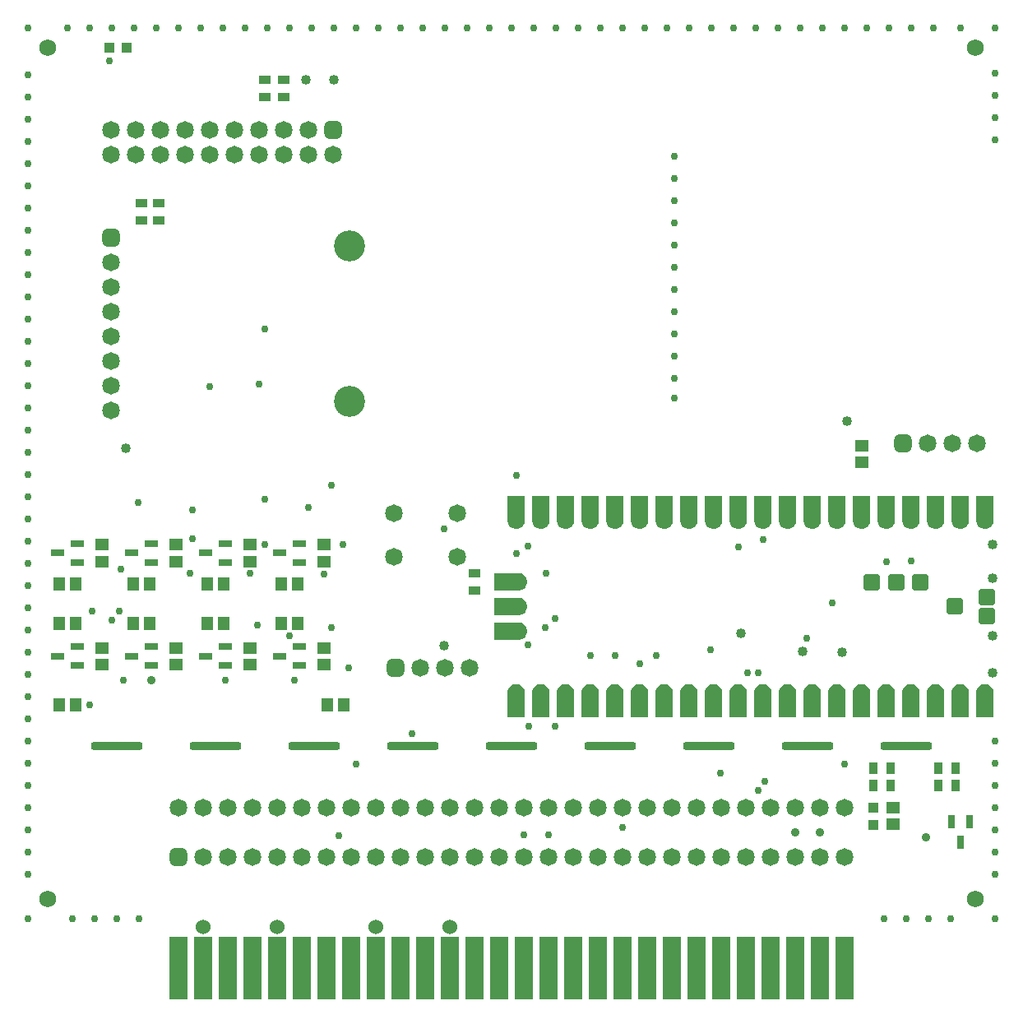
<source format=gts>
G04*
G04 #@! TF.GenerationSoftware,Altium Limited,Altium Designer,21.6.4 (81)*
G04*
G04 Layer_Color=8388736*
%FSLAX25Y25*%
%MOIN*%
G70*
G04*
G04 #@! TF.SameCoordinates,0CBDA3DA-19B2-4F21-B402-8426C952BD09*
G04*
G04*
G04 #@! TF.FilePolarity,Negative*
G04*
G01*
G75*
%ADD15R,0.04000X0.04000*%
%ADD16R,0.05300X0.04800*%
%ADD17R,0.04000X0.04000*%
%ADD18R,0.04800X0.03800*%
%ADD19R,0.07300X0.25800*%
%ADD20R,0.03000X0.05800*%
%ADD21R,0.03800X0.04800*%
%ADD22R,0.05800X0.03000*%
%ADD23R,0.04800X0.05300*%
G04:AMPARAMS|DCode=24|XSize=67.06mil|YSize=67.06mil|CornerRadius=12.86mil|HoleSize=0mil|Usage=FLASHONLY|Rotation=270.000|XOffset=0mil|YOffset=0mil|HoleType=Round|Shape=RoundedRectangle|*
%AMROUNDEDRECTD24*
21,1,0.06706,0.04134,0,0,270.0*
21,1,0.04134,0.06706,0,0,270.0*
1,1,0.02572,-0.02067,-0.02067*
1,1,0.02572,-0.02067,0.02067*
1,1,0.02572,0.02067,0.02067*
1,1,0.02572,0.02067,-0.02067*
%
%ADD24ROUNDEDRECTD24*%
%ADD25R,0.04737X0.10642*%
G04:AMPARAMS|DCode=26|XSize=106.42mil|YSize=47.37mil|CornerRadius=8.92mil|HoleSize=0mil|Usage=FLASHONLY|Rotation=270.000|XOffset=0mil|YOffset=0mil|HoleType=Round|Shape=RoundedRectangle|*
%AMROUNDEDRECTD26*
21,1,0.10642,0.02953,0,0,270.0*
21,1,0.08858,0.04737,0,0,270.0*
1,1,0.01784,-0.01476,-0.04429*
1,1,0.01784,-0.01476,0.04429*
1,1,0.01784,0.01476,0.04429*
1,1,0.01784,0.01476,-0.04429*
%
%ADD26ROUNDEDRECTD26*%
%ADD27R,0.10642X0.04737*%
G04:AMPARAMS|DCode=28|XSize=208mil|YSize=33mil|CornerRadius=10.25mil|HoleSize=0mil|Usage=FLASHONLY|Rotation=180.000|XOffset=0mil|YOffset=0mil|HoleType=Round|Shape=RoundedRectangle|*
%AMROUNDEDRECTD28*
21,1,0.20800,0.01250,0,0,180.0*
21,1,0.18750,0.03300,0,0,180.0*
1,1,0.02050,-0.09375,0.00625*
1,1,0.02050,0.09375,0.00625*
1,1,0.02050,0.09375,-0.00625*
1,1,0.02050,-0.09375,-0.00625*
%
%ADD28ROUNDEDRECTD28*%
%ADD29C,0.06800*%
G04:AMPARAMS|DCode=30|XSize=71.78mil|YSize=71.78mil|CornerRadius=19.95mil|HoleSize=0mil|Usage=FLASHONLY|Rotation=0.000|XOffset=0mil|YOffset=0mil|HoleType=Round|Shape=RoundedRectangle|*
%AMROUNDEDRECTD30*
21,1,0.07178,0.03189,0,0,0.0*
21,1,0.03189,0.07178,0,0,0.0*
1,1,0.03989,0.01595,-0.01595*
1,1,0.03989,-0.01595,-0.01595*
1,1,0.03989,-0.01595,0.01595*
1,1,0.03989,0.01595,0.01595*
%
%ADD30ROUNDEDRECTD30*%
%ADD31C,0.07178*%
G04:AMPARAMS|DCode=32|XSize=71.78mil|YSize=71.78mil|CornerRadius=19.95mil|HoleSize=0mil|Usage=FLASHONLY|Rotation=270.000|XOffset=0mil|YOffset=0mil|HoleType=Round|Shape=RoundedRectangle|*
%AMROUNDEDRECTD32*
21,1,0.07178,0.03189,0,0,270.0*
21,1,0.03189,0.07178,0,0,270.0*
1,1,0.03989,-0.01595,-0.01595*
1,1,0.03989,-0.01595,0.01595*
1,1,0.03989,0.01595,0.01595*
1,1,0.03989,0.01595,-0.01595*
%
%ADD32ROUNDEDRECTD32*%
%ADD33C,0.12611*%
%ADD34C,0.03000*%
%ADD35C,0.04000*%
%ADD36C,0.03500*%
%ADD37C,0.06000*%
G36*
X285067Y206330D02*
X285119Y206320D01*
X285168Y206303D01*
X285215Y206280D01*
X285259Y206251D01*
X285298Y206216D01*
X285333Y206177D01*
X285362Y206133D01*
X285385Y206086D01*
X285402Y206036D01*
X285412Y205985D01*
X285416Y205933D01*
Y196484D01*
X285416Y196069D01*
Y196069D01*
D01*
X285412Y196017D01*
X285402Y195966D01*
X285187Y195165D01*
X285171Y195115D01*
X285147Y195068D01*
X284733Y194350D01*
X284704Y194306D01*
X284669Y194267D01*
X284083Y193680D01*
X284043Y193646D01*
X284000Y193616D01*
X283281Y193202D01*
X283234Y193179D01*
X283185Y193162D01*
X282384Y192947D01*
X282332Y192937D01*
X282280Y192933D01*
X281451D01*
X281398Y192937D01*
X281347Y192947D01*
X280546Y193162D01*
X280496Y193179D01*
X280473Y193190D01*
X280449Y193202D01*
X279731Y193616D01*
X279687Y193646D01*
X279648Y193680D01*
X279062Y194267D01*
X279027Y194306D01*
X278998Y194350D01*
X278583Y195068D01*
X278560Y195115D01*
X278543Y195165D01*
X278328Y195966D01*
X278318Y196017D01*
X278315Y196069D01*
Y196484D01*
Y205933D01*
X278318Y205985D01*
X278328Y206036D01*
X278345Y206086D01*
X278368Y206133D01*
X278398Y206177D01*
X278432Y206216D01*
X278472Y206251D01*
X278515Y206280D01*
X278562Y206303D01*
X278612Y206320D01*
X278663Y206330D01*
X278716Y206334D01*
X285015D01*
X285067Y206330D01*
D02*
G37*
G36*
X275067D02*
X275119Y206320D01*
X275168Y206303D01*
X275215Y206280D01*
X275259Y206251D01*
X275298Y206216D01*
X275333Y206177D01*
X275362Y206133D01*
X275385Y206086D01*
X275402Y206036D01*
X275412Y205985D01*
X275416Y205933D01*
Y196484D01*
X275416Y196069D01*
Y196069D01*
D01*
X275412Y196017D01*
X275402Y195966D01*
X275187Y195165D01*
X275171Y195115D01*
X275147Y195068D01*
X274733Y194350D01*
X274704Y194306D01*
X274669Y194267D01*
X274083Y193680D01*
X274043Y193646D01*
X274000Y193616D01*
X273281Y193202D01*
X273234Y193179D01*
X273185Y193162D01*
X272384Y192947D01*
X272332Y192937D01*
X272280Y192933D01*
X271451D01*
X271398Y192937D01*
X271347Y192947D01*
X270546Y193162D01*
X270496Y193179D01*
X270473Y193190D01*
X270449Y193202D01*
X269731Y193616D01*
X269687Y193646D01*
X269648Y193680D01*
X269061Y194267D01*
X269027Y194306D01*
X268998Y194350D01*
X268583Y195068D01*
X268560Y195115D01*
X268543Y195165D01*
X268328Y195966D01*
X268318Y196017D01*
X268315Y196069D01*
Y196484D01*
Y205933D01*
X268318Y205985D01*
X268328Y206036D01*
X268345Y206086D01*
X268369Y206133D01*
X268398Y206177D01*
X268432Y206216D01*
X268472Y206251D01*
X268515Y206280D01*
X268562Y206303D01*
X268612Y206320D01*
X268663Y206330D01*
X268716Y206334D01*
X275015D01*
X275067Y206330D01*
D02*
G37*
G36*
X265067D02*
X265119Y206320D01*
X265168Y206303D01*
X265215Y206280D01*
X265259Y206251D01*
X265298Y206216D01*
X265333Y206177D01*
X265362Y206133D01*
X265385Y206086D01*
X265402Y206036D01*
X265412Y205985D01*
X265416Y205933D01*
Y196484D01*
X265416Y196069D01*
Y196069D01*
D01*
X265412Y196017D01*
X265402Y195966D01*
X265187Y195165D01*
X265171Y195115D01*
X265147Y195068D01*
X264733Y194350D01*
X264704Y194306D01*
X264669Y194267D01*
X264083Y193680D01*
X264043Y193646D01*
X264000Y193616D01*
X263281Y193202D01*
X263234Y193179D01*
X263185Y193162D01*
X262384Y192947D01*
X262332Y192937D01*
X262280Y192933D01*
X261451D01*
X261398Y192937D01*
X261347Y192947D01*
X260546Y193162D01*
X260496Y193179D01*
X260473Y193190D01*
X260449Y193202D01*
X259731Y193616D01*
X259687Y193646D01*
X259648Y193680D01*
X259062Y194267D01*
X259027Y194306D01*
X258998Y194350D01*
X258583Y195068D01*
X258560Y195115D01*
X258543Y195165D01*
X258328Y195966D01*
X258318Y196017D01*
X258315Y196069D01*
Y196484D01*
Y205933D01*
X258318Y205985D01*
X258328Y206036D01*
X258345Y206086D01*
X258368Y206133D01*
X258398Y206177D01*
X258432Y206216D01*
X258472Y206251D01*
X258515Y206280D01*
X258562Y206303D01*
X258612Y206320D01*
X258663Y206330D01*
X258716Y206334D01*
X265015D01*
X265067Y206330D01*
D02*
G37*
G36*
X255067D02*
X255119Y206320D01*
X255168Y206303D01*
X255215Y206280D01*
X255259Y206251D01*
X255298Y206216D01*
X255333Y206177D01*
X255362Y206133D01*
X255385Y206086D01*
X255402Y206036D01*
X255412Y205985D01*
X255416Y205933D01*
Y196484D01*
X255416Y196069D01*
Y196069D01*
D01*
X255412Y196017D01*
X255402Y195966D01*
X255187Y195165D01*
X255171Y195115D01*
X255147Y195068D01*
X254733Y194350D01*
X254704Y194306D01*
X254669Y194267D01*
X254083Y193680D01*
X254043Y193646D01*
X254000Y193616D01*
X253281Y193202D01*
X253234Y193179D01*
X253185Y193162D01*
X252384Y192947D01*
X252332Y192937D01*
X252280Y192933D01*
X251451D01*
X251398Y192937D01*
X251347Y192947D01*
X250546Y193162D01*
X250496Y193179D01*
X250473Y193190D01*
X250449Y193202D01*
X249731Y193616D01*
X249687Y193646D01*
X249648Y193680D01*
X249061Y194267D01*
X249027Y194306D01*
X248998Y194350D01*
X248583Y195068D01*
X248560Y195115D01*
X248543Y195165D01*
X248328Y195966D01*
X248318Y196017D01*
X248315Y196069D01*
Y196484D01*
Y205933D01*
X248318Y205985D01*
X248328Y206036D01*
X248345Y206086D01*
X248369Y206133D01*
X248398Y206177D01*
X248432Y206216D01*
X248472Y206251D01*
X248515Y206280D01*
X248562Y206303D01*
X248612Y206320D01*
X248663Y206330D01*
X248716Y206334D01*
X255015D01*
X255067Y206330D01*
D02*
G37*
G36*
X245067D02*
X245119Y206320D01*
X245168Y206303D01*
X245215Y206280D01*
X245259Y206251D01*
X245298Y206216D01*
X245333Y206177D01*
X245362Y206133D01*
X245385Y206086D01*
X245402Y206036D01*
X245412Y205985D01*
X245416Y205933D01*
Y196484D01*
X245416Y196069D01*
Y196069D01*
D01*
X245412Y196017D01*
X245402Y195966D01*
X245187Y195165D01*
X245171Y195115D01*
X245147Y195068D01*
X244733Y194350D01*
X244704Y194306D01*
X244669Y194267D01*
X244083Y193680D01*
X244043Y193646D01*
X244000Y193616D01*
X243281Y193202D01*
X243234Y193179D01*
X243185Y193162D01*
X242384Y192947D01*
X242332Y192937D01*
X242280Y192933D01*
X241451D01*
X241398Y192937D01*
X241347Y192947D01*
X240546Y193162D01*
X240496Y193179D01*
X240473Y193190D01*
X240449Y193202D01*
X239731Y193616D01*
X239687Y193646D01*
X239648Y193680D01*
X239061Y194267D01*
X239027Y194306D01*
X238998Y194350D01*
X238583Y195068D01*
X238560Y195115D01*
X238543Y195165D01*
X238328Y195966D01*
X238318Y196017D01*
X238315Y196069D01*
Y196484D01*
Y205933D01*
X238318Y205985D01*
X238328Y206036D01*
X238345Y206086D01*
X238369Y206133D01*
X238398Y206177D01*
X238432Y206216D01*
X238472Y206251D01*
X238515Y206280D01*
X238562Y206303D01*
X238612Y206320D01*
X238663Y206330D01*
X238716Y206334D01*
X245015D01*
X245067Y206330D01*
D02*
G37*
G36*
X235067D02*
X235119Y206320D01*
X235168Y206303D01*
X235215Y206280D01*
X235259Y206251D01*
X235298Y206216D01*
X235333Y206177D01*
X235362Y206133D01*
X235385Y206086D01*
X235402Y206036D01*
X235412Y205985D01*
X235416Y205933D01*
Y196484D01*
X235416Y196069D01*
Y196069D01*
D01*
X235412Y196017D01*
X235402Y195966D01*
X235187Y195165D01*
X235171Y195115D01*
X235147Y195068D01*
X234733Y194350D01*
X234704Y194306D01*
X234669Y194267D01*
X234083Y193680D01*
X234043Y193646D01*
X234000Y193616D01*
X233281Y193202D01*
X233234Y193179D01*
X233185Y193162D01*
X232384Y192947D01*
X232332Y192937D01*
X232280Y192933D01*
X231451D01*
X231398Y192937D01*
X231347Y192947D01*
X230546Y193162D01*
X230496Y193179D01*
X230473Y193190D01*
X230449Y193202D01*
X229731Y193616D01*
X229687Y193646D01*
X229648Y193680D01*
X229062Y194267D01*
X229027Y194306D01*
X228998Y194350D01*
X228583Y195068D01*
X228560Y195115D01*
X228543Y195165D01*
X228328Y195966D01*
X228318Y196017D01*
X228315Y196069D01*
Y196484D01*
Y205933D01*
X228318Y205985D01*
X228328Y206036D01*
X228345Y206086D01*
X228368Y206133D01*
X228398Y206177D01*
X228432Y206216D01*
X228472Y206251D01*
X228515Y206280D01*
X228562Y206303D01*
X228612Y206320D01*
X228663Y206330D01*
X228716Y206334D01*
X235015D01*
X235067Y206330D01*
D02*
G37*
G36*
X225067D02*
X225119Y206320D01*
X225168Y206303D01*
X225215Y206280D01*
X225259Y206251D01*
X225298Y206216D01*
X225333Y206177D01*
X225362Y206133D01*
X225385Y206086D01*
X225402Y206036D01*
X225412Y205985D01*
X225416Y205933D01*
Y196484D01*
X225416Y196069D01*
Y196069D01*
D01*
X225412Y196017D01*
X225402Y195966D01*
X225187Y195165D01*
X225171Y195115D01*
X225147Y195068D01*
X224733Y194350D01*
X224704Y194306D01*
X224669Y194267D01*
X224083Y193680D01*
X224043Y193646D01*
X224000Y193616D01*
X223281Y193202D01*
X223234Y193179D01*
X223185Y193162D01*
X222384Y192947D01*
X222332Y192937D01*
X222280Y192933D01*
X221451D01*
X221398Y192937D01*
X221347Y192947D01*
X220546Y193162D01*
X220496Y193179D01*
X220473Y193190D01*
X220449Y193202D01*
X219731Y193616D01*
X219687Y193646D01*
X219648Y193680D01*
X219061Y194267D01*
X219027Y194306D01*
X218998Y194350D01*
X218583Y195068D01*
X218560Y195115D01*
X218543Y195165D01*
X218328Y195966D01*
X218318Y196017D01*
X218315Y196069D01*
Y196484D01*
Y205933D01*
X218318Y205985D01*
X218328Y206036D01*
X218345Y206086D01*
X218369Y206133D01*
X218398Y206177D01*
X218432Y206216D01*
X218472Y206251D01*
X218515Y206280D01*
X218562Y206303D01*
X218612Y206320D01*
X218663Y206330D01*
X218716Y206334D01*
X225015D01*
X225067Y206330D01*
D02*
G37*
G36*
X215067D02*
X215119Y206320D01*
X215168Y206303D01*
X215215Y206280D01*
X215259Y206251D01*
X215298Y206216D01*
X215333Y206177D01*
X215362Y206133D01*
X215385Y206086D01*
X215402Y206036D01*
X215412Y205985D01*
X215416Y205933D01*
Y196484D01*
X215416Y196069D01*
Y196069D01*
D01*
X215412Y196017D01*
X215402Y195966D01*
X215187Y195165D01*
X215171Y195115D01*
X215147Y195068D01*
X214733Y194350D01*
X214704Y194306D01*
X214669Y194267D01*
X214083Y193680D01*
X214043Y193646D01*
X214000Y193616D01*
X213281Y193202D01*
X213234Y193179D01*
X213185Y193162D01*
X212384Y192947D01*
X212332Y192937D01*
X212280Y192933D01*
X211451D01*
X211398Y192937D01*
X211347Y192947D01*
X210546Y193162D01*
X210496Y193179D01*
X210473Y193190D01*
X210449Y193202D01*
X209731Y193616D01*
X209687Y193646D01*
X209648Y193680D01*
X209062Y194267D01*
X209027Y194306D01*
X208998Y194350D01*
X208583Y195068D01*
X208560Y195115D01*
X208543Y195165D01*
X208328Y195966D01*
X208318Y196017D01*
X208315Y196069D01*
Y196484D01*
Y205933D01*
X208318Y205985D01*
X208328Y206036D01*
X208345Y206086D01*
X208368Y206133D01*
X208398Y206177D01*
X208432Y206216D01*
X208472Y206251D01*
X208515Y206280D01*
X208562Y206303D01*
X208612Y206320D01*
X208663Y206330D01*
X208716Y206334D01*
X215015D01*
X215067Y206330D01*
D02*
G37*
G36*
X205067D02*
X205119Y206320D01*
X205168Y206303D01*
X205215Y206280D01*
X205259Y206251D01*
X205298Y206216D01*
X205333Y206177D01*
X205362Y206133D01*
X205385Y206086D01*
X205402Y206036D01*
X205412Y205985D01*
X205416Y205933D01*
Y196484D01*
X205416Y196069D01*
Y196069D01*
D01*
X205412Y196017D01*
X205402Y195966D01*
X205187Y195165D01*
X205171Y195115D01*
X205147Y195068D01*
X204733Y194350D01*
X204704Y194306D01*
X204669Y194267D01*
X204083Y193680D01*
X204043Y193646D01*
X204000Y193616D01*
X203281Y193202D01*
X203234Y193179D01*
X203185Y193162D01*
X202384Y192947D01*
X202332Y192937D01*
X202280Y192933D01*
X201451D01*
X201398Y192937D01*
X201347Y192947D01*
X200546Y193162D01*
X200496Y193179D01*
X200473Y193190D01*
X200449Y193202D01*
X199731Y193616D01*
X199687Y193646D01*
X199648Y193680D01*
X199062Y194267D01*
X199027Y194306D01*
X198998Y194350D01*
X198583Y195068D01*
X198560Y195115D01*
X198543Y195165D01*
X198328Y195966D01*
X198318Y196017D01*
X198315Y196069D01*
Y196484D01*
Y205933D01*
X198318Y205985D01*
X198328Y206036D01*
X198345Y206086D01*
X198369Y206133D01*
X198398Y206177D01*
X198432Y206216D01*
X198472Y206251D01*
X198515Y206280D01*
X198562Y206303D01*
X198612Y206320D01*
X198663Y206330D01*
X198716Y206334D01*
X205015D01*
X205067Y206330D01*
D02*
G37*
G36*
X203238Y175023D02*
X203289Y175013D01*
X204090Y174798D01*
X204140Y174781D01*
X204187Y174758D01*
X204905Y174344D01*
X204949Y174314D01*
X204988Y174280D01*
X205574Y173693D01*
X205609Y173654D01*
X205638Y173610D01*
X206053Y172892D01*
X206076Y172845D01*
X206093Y172795D01*
X206308Y171994D01*
X206318Y171943D01*
X206321Y171891D01*
Y171061D01*
X206318Y171009D01*
X206308Y170958D01*
X206093Y170157D01*
X206076Y170107D01*
X206053Y170060D01*
X205638Y169342D01*
X205609Y169298D01*
X205574Y169259D01*
X204988Y168672D01*
X204949Y168638D01*
X204905Y168609D01*
X204187Y168194D01*
X204140Y168171D01*
X204090Y168154D01*
X203289Y167939D01*
X203238Y167929D01*
X203185Y167926D01*
X193322D01*
X193270Y167929D01*
X193218Y167939D01*
X193168Y167956D01*
X193122Y167979D01*
X193078Y168008D01*
X193038Y168043D01*
X193004Y168082D01*
X192975Y168126D01*
X192952Y168173D01*
X192935Y168223D01*
X192924Y168274D01*
X192921Y168326D01*
Y174626D01*
X192924Y174678D01*
X192935Y174729D01*
X192952Y174779D01*
X192975Y174826D01*
X193004Y174870D01*
X193038Y174909D01*
X193078Y174944D01*
X193122Y174973D01*
X193168Y174996D01*
X193218Y175013D01*
X193270Y175023D01*
X193322Y175027D01*
X202771D01*
X203185Y175027D01*
D01*
X203185D01*
X203238Y175023D01*
D02*
G37*
G36*
Y165023D02*
X203289Y165013D01*
X204090Y164798D01*
X204140Y164781D01*
X204187Y164758D01*
X204905Y164344D01*
X204949Y164314D01*
X204988Y164280D01*
X205574Y163693D01*
X205609Y163654D01*
X205638Y163610D01*
X206053Y162892D01*
X206076Y162845D01*
X206093Y162795D01*
X206308Y161995D01*
X206318Y161943D01*
X206321Y161891D01*
Y161061D01*
X206318Y161009D01*
X206308Y160958D01*
X206093Y160157D01*
X206076Y160107D01*
X206053Y160060D01*
X205638Y159342D01*
X205609Y159298D01*
X205574Y159259D01*
X204988Y158672D01*
X204949Y158638D01*
X204905Y158609D01*
X204187Y158194D01*
X204140Y158171D01*
X204090Y158154D01*
X203289Y157939D01*
X203238Y157929D01*
X203185Y157926D01*
X193322D01*
X193270Y157929D01*
X193218Y157939D01*
X193168Y157956D01*
X193122Y157979D01*
X193078Y158008D01*
X193038Y158043D01*
X193004Y158082D01*
X192975Y158126D01*
X192952Y158173D01*
X192935Y158223D01*
X192924Y158274D01*
X192921Y158326D01*
Y164626D01*
X192924Y164678D01*
X192935Y164729D01*
X192952Y164779D01*
X192975Y164826D01*
X193004Y164870D01*
X193038Y164909D01*
X193078Y164944D01*
X193122Y164973D01*
X193168Y164996D01*
X193218Y165013D01*
X193270Y165023D01*
X193322Y165026D01*
X202771D01*
X203185Y165026D01*
D01*
X203185D01*
X203238Y165023D01*
D02*
G37*
G36*
Y155023D02*
X203289Y155013D01*
X204090Y154798D01*
X204140Y154781D01*
X204187Y154758D01*
X204905Y154344D01*
X204949Y154314D01*
X204988Y154280D01*
X205574Y153693D01*
X205609Y153654D01*
X205638Y153610D01*
X206053Y152892D01*
X206076Y152845D01*
X206093Y152796D01*
X206308Y151995D01*
X206318Y151943D01*
X206321Y151891D01*
Y151061D01*
X206318Y151009D01*
X206308Y150958D01*
X206093Y150157D01*
X206076Y150107D01*
X206053Y150060D01*
X205638Y149342D01*
X205609Y149298D01*
X205574Y149259D01*
X204988Y148672D01*
X204949Y148638D01*
X204905Y148609D01*
X204187Y148194D01*
X204140Y148171D01*
X204090Y148154D01*
X203289Y147939D01*
X203238Y147929D01*
X203185Y147926D01*
X193322D01*
X193270Y147929D01*
X193218Y147939D01*
X193168Y147956D01*
X193122Y147979D01*
X193078Y148008D01*
X193038Y148043D01*
X193004Y148082D01*
X192975Y148126D01*
X192952Y148173D01*
X192935Y148223D01*
X192924Y148274D01*
X192921Y148327D01*
Y154626D01*
X192924Y154678D01*
X192935Y154729D01*
X192952Y154779D01*
X192975Y154826D01*
X193004Y154870D01*
X193038Y154909D01*
X193078Y154944D01*
X193122Y154973D01*
X193168Y154996D01*
X193218Y155013D01*
X193270Y155023D01*
X193322Y155026D01*
X202771D01*
X203185Y155026D01*
D01*
X203185D01*
X203238Y155023D01*
D02*
G37*
G36*
X282332Y130015D02*
X282384Y130005D01*
X283185Y129790D01*
X283234Y129773D01*
X283281Y129750D01*
X284000Y129336D01*
X284043Y129306D01*
X284083Y129272D01*
X284669Y128685D01*
X284704Y128646D01*
X284733Y128603D01*
X285147Y127884D01*
X285171Y127837D01*
X285187Y127788D01*
X285402Y126987D01*
X285412Y126935D01*
X285416Y126883D01*
Y126883D01*
D01*
X285416Y126468D01*
Y117019D01*
X285412Y116967D01*
X285402Y116916D01*
X285385Y116866D01*
X285362Y116819D01*
X285333Y116775D01*
X285298Y116736D01*
X285259Y116701D01*
X285215Y116672D01*
X285168Y116649D01*
X285119Y116632D01*
X285067Y116622D01*
X285015Y116619D01*
X278716D01*
X278663Y116622D01*
X278612Y116632D01*
X278562Y116649D01*
X278515Y116672D01*
X278472Y116701D01*
X278432Y116736D01*
X278398Y116775D01*
X278368Y116819D01*
X278345Y116866D01*
X278328Y116916D01*
X278318Y116967D01*
X278315Y117019D01*
Y126468D01*
Y126883D01*
X278318Y126935D01*
X278328Y126987D01*
X278543Y127788D01*
X278560Y127837D01*
X278583Y127884D01*
X278998Y128603D01*
X279027Y128646D01*
X279062Y128685D01*
X279648Y129272D01*
X279687Y129306D01*
X279731Y129336D01*
X280449Y129750D01*
X280496Y129773D01*
X280546Y129790D01*
X281347Y130005D01*
X281398Y130015D01*
X281451Y130019D01*
X282280D01*
X282332Y130015D01*
D02*
G37*
G36*
X272332D02*
X272384Y130005D01*
X273185Y129790D01*
X273234Y129773D01*
X273281Y129750D01*
X274000Y129336D01*
X274043Y129306D01*
X274083Y129272D01*
X274669Y128685D01*
X274704Y128646D01*
X274733Y128603D01*
X275147Y127884D01*
X275171Y127837D01*
X275187Y127788D01*
X275402Y126987D01*
X275412Y126935D01*
X275416Y126883D01*
Y126883D01*
D01*
X275416Y126468D01*
Y117019D01*
X275412Y116967D01*
X275402Y116916D01*
X275385Y116866D01*
X275362Y116819D01*
X275333Y116775D01*
X275298Y116736D01*
X275259Y116701D01*
X275215Y116672D01*
X275168Y116649D01*
X275119Y116632D01*
X275067Y116622D01*
X275015Y116619D01*
X268716D01*
X268663Y116622D01*
X268612Y116632D01*
X268562Y116649D01*
X268515Y116672D01*
X268472Y116701D01*
X268432Y116736D01*
X268398Y116775D01*
X268369Y116819D01*
X268345Y116866D01*
X268328Y116916D01*
X268318Y116967D01*
X268315Y117019D01*
Y126468D01*
Y126883D01*
X268318Y126935D01*
X268328Y126987D01*
X268543Y127788D01*
X268560Y127837D01*
X268583Y127884D01*
X268998Y128603D01*
X269027Y128646D01*
X269061Y128685D01*
X269648Y129272D01*
X269687Y129306D01*
X269731Y129336D01*
X270449Y129750D01*
X270496Y129773D01*
X270546Y129790D01*
X271347Y130005D01*
X271398Y130015D01*
X271451Y130019D01*
X272280D01*
X272332Y130015D01*
D02*
G37*
G36*
X262332D02*
X262384Y130005D01*
X263185Y129790D01*
X263234Y129773D01*
X263281Y129750D01*
X264000Y129336D01*
X264043Y129306D01*
X264083Y129272D01*
X264669Y128685D01*
X264704Y128646D01*
X264733Y128603D01*
X265147Y127884D01*
X265171Y127837D01*
X265187Y127788D01*
X265402Y126987D01*
X265412Y126935D01*
X265416Y126883D01*
Y126883D01*
D01*
X265416Y126468D01*
Y117019D01*
X265412Y116967D01*
X265402Y116916D01*
X265385Y116866D01*
X265362Y116819D01*
X265333Y116775D01*
X265298Y116736D01*
X265259Y116701D01*
X265215Y116672D01*
X265168Y116649D01*
X265119Y116632D01*
X265067Y116622D01*
X265015Y116619D01*
X258716D01*
X258663Y116622D01*
X258612Y116632D01*
X258562Y116649D01*
X258515Y116672D01*
X258472Y116701D01*
X258432Y116736D01*
X258398Y116775D01*
X258368Y116819D01*
X258345Y116866D01*
X258328Y116916D01*
X258318Y116967D01*
X258315Y117019D01*
Y126468D01*
Y126883D01*
X258318Y126935D01*
X258328Y126987D01*
X258543Y127788D01*
X258560Y127837D01*
X258583Y127884D01*
X258998Y128603D01*
X259027Y128646D01*
X259062Y128685D01*
X259648Y129272D01*
X259687Y129306D01*
X259731Y129336D01*
X260449Y129750D01*
X260496Y129773D01*
X260546Y129790D01*
X261347Y130005D01*
X261398Y130015D01*
X261451Y130019D01*
X262280D01*
X262332Y130015D01*
D02*
G37*
G36*
X252332D02*
X252384Y130005D01*
X253185Y129790D01*
X253234Y129773D01*
X253281Y129750D01*
X254000Y129336D01*
X254043Y129306D01*
X254083Y129272D01*
X254669Y128685D01*
X254704Y128646D01*
X254733Y128603D01*
X255147Y127884D01*
X255171Y127837D01*
X255187Y127788D01*
X255402Y126987D01*
X255412Y126935D01*
X255416Y126883D01*
Y126883D01*
D01*
X255416Y126468D01*
Y117019D01*
X255412Y116967D01*
X255402Y116916D01*
X255385Y116866D01*
X255362Y116819D01*
X255333Y116775D01*
X255298Y116736D01*
X255259Y116701D01*
X255215Y116672D01*
X255168Y116649D01*
X255119Y116632D01*
X255067Y116622D01*
X255015Y116619D01*
X248716D01*
X248663Y116622D01*
X248612Y116632D01*
X248562Y116649D01*
X248515Y116672D01*
X248472Y116701D01*
X248432Y116736D01*
X248398Y116775D01*
X248369Y116819D01*
X248345Y116866D01*
X248328Y116916D01*
X248318Y116967D01*
X248315Y117019D01*
Y126468D01*
Y126883D01*
X248318Y126935D01*
X248328Y126987D01*
X248543Y127788D01*
X248560Y127837D01*
X248583Y127884D01*
X248998Y128603D01*
X249027Y128646D01*
X249061Y128685D01*
X249648Y129272D01*
X249687Y129306D01*
X249731Y129336D01*
X250449Y129750D01*
X250496Y129773D01*
X250546Y129790D01*
X251347Y130005D01*
X251398Y130015D01*
X251451Y130019D01*
X252280D01*
X252332Y130015D01*
D02*
G37*
G36*
X242332D02*
X242384Y130005D01*
X243185Y129790D01*
X243234Y129773D01*
X243281Y129750D01*
X244000Y129336D01*
X244043Y129306D01*
X244083Y129272D01*
X244669Y128685D01*
X244704Y128646D01*
X244733Y128603D01*
X245147Y127884D01*
X245171Y127837D01*
X245187Y127788D01*
X245402Y126987D01*
X245412Y126935D01*
X245416Y126883D01*
Y126883D01*
D01*
X245416Y126468D01*
Y117019D01*
X245412Y116967D01*
X245402Y116916D01*
X245385Y116866D01*
X245362Y116819D01*
X245333Y116775D01*
X245298Y116736D01*
X245259Y116701D01*
X245215Y116672D01*
X245168Y116649D01*
X245119Y116632D01*
X245067Y116622D01*
X245015Y116619D01*
X238716D01*
X238663Y116622D01*
X238612Y116632D01*
X238562Y116649D01*
X238515Y116672D01*
X238472Y116701D01*
X238432Y116736D01*
X238398Y116775D01*
X238369Y116819D01*
X238345Y116866D01*
X238328Y116916D01*
X238318Y116967D01*
X238315Y117019D01*
Y126468D01*
Y126883D01*
X238318Y126935D01*
X238328Y126987D01*
X238543Y127788D01*
X238560Y127837D01*
X238583Y127884D01*
X238998Y128603D01*
X239027Y128646D01*
X239061Y128685D01*
X239648Y129272D01*
X239687Y129306D01*
X239731Y129336D01*
X240449Y129750D01*
X240496Y129773D01*
X240546Y129790D01*
X241347Y130005D01*
X241398Y130015D01*
X241451Y130019D01*
X242280D01*
X242332Y130015D01*
D02*
G37*
G36*
X232332D02*
X232384Y130005D01*
X233185Y129790D01*
X233234Y129773D01*
X233281Y129750D01*
X234000Y129336D01*
X234043Y129306D01*
X234083Y129272D01*
X234669Y128685D01*
X234704Y128646D01*
X234733Y128603D01*
X235147Y127884D01*
X235171Y127837D01*
X235187Y127788D01*
X235402Y126987D01*
X235412Y126935D01*
X235416Y126883D01*
Y126883D01*
D01*
X235416Y126468D01*
Y117019D01*
X235412Y116967D01*
X235402Y116916D01*
X235385Y116866D01*
X235362Y116819D01*
X235333Y116775D01*
X235298Y116736D01*
X235259Y116701D01*
X235215Y116672D01*
X235168Y116649D01*
X235119Y116632D01*
X235067Y116622D01*
X235015Y116619D01*
X228716D01*
X228663Y116622D01*
X228612Y116632D01*
X228562Y116649D01*
X228515Y116672D01*
X228472Y116701D01*
X228432Y116736D01*
X228398Y116775D01*
X228368Y116819D01*
X228345Y116866D01*
X228328Y116916D01*
X228318Y116967D01*
X228315Y117019D01*
Y126468D01*
Y126883D01*
X228318Y126935D01*
X228328Y126987D01*
X228543Y127788D01*
X228560Y127837D01*
X228583Y127884D01*
X228998Y128603D01*
X229027Y128646D01*
X229062Y128685D01*
X229648Y129272D01*
X229687Y129306D01*
X229731Y129336D01*
X230449Y129750D01*
X230496Y129773D01*
X230546Y129790D01*
X231347Y130005D01*
X231398Y130015D01*
X231451Y130019D01*
X232280D01*
X232332Y130015D01*
D02*
G37*
G36*
X222332D02*
X222384Y130005D01*
X223185Y129790D01*
X223234Y129773D01*
X223281Y129750D01*
X224000Y129336D01*
X224043Y129306D01*
X224083Y129272D01*
X224669Y128685D01*
X224704Y128646D01*
X224733Y128603D01*
X225147Y127884D01*
X225171Y127837D01*
X225187Y127788D01*
X225402Y126987D01*
X225412Y126935D01*
X225416Y126883D01*
Y126883D01*
D01*
X225416Y126468D01*
Y117019D01*
X225412Y116967D01*
X225402Y116916D01*
X225385Y116866D01*
X225362Y116819D01*
X225333Y116775D01*
X225298Y116736D01*
X225259Y116701D01*
X225215Y116672D01*
X225168Y116649D01*
X225119Y116632D01*
X225067Y116622D01*
X225015Y116619D01*
X218716D01*
X218663Y116622D01*
X218612Y116632D01*
X218562Y116649D01*
X218515Y116672D01*
X218472Y116701D01*
X218432Y116736D01*
X218398Y116775D01*
X218369Y116819D01*
X218345Y116866D01*
X218328Y116916D01*
X218318Y116967D01*
X218315Y117019D01*
Y126468D01*
Y126883D01*
X218318Y126935D01*
X218328Y126987D01*
X218543Y127788D01*
X218560Y127837D01*
X218583Y127884D01*
X218998Y128603D01*
X219027Y128646D01*
X219061Y128685D01*
X219648Y129272D01*
X219687Y129306D01*
X219731Y129336D01*
X220449Y129750D01*
X220496Y129773D01*
X220546Y129790D01*
X221347Y130005D01*
X221398Y130015D01*
X221451Y130019D01*
X222280D01*
X222332Y130015D01*
D02*
G37*
G36*
X212332D02*
X212384Y130005D01*
X213185Y129790D01*
X213234Y129773D01*
X213281Y129750D01*
X214000Y129336D01*
X214043Y129306D01*
X214083Y129272D01*
X214669Y128685D01*
X214704Y128646D01*
X214733Y128603D01*
X215147Y127884D01*
X215171Y127837D01*
X215187Y127788D01*
X215402Y126987D01*
X215412Y126935D01*
X215416Y126883D01*
Y126883D01*
D01*
X215416Y126468D01*
Y117019D01*
X215412Y116967D01*
X215402Y116916D01*
X215385Y116866D01*
X215362Y116819D01*
X215333Y116775D01*
X215298Y116736D01*
X215259Y116701D01*
X215215Y116672D01*
X215168Y116649D01*
X215119Y116632D01*
X215067Y116622D01*
X215015Y116619D01*
X208716D01*
X208663Y116622D01*
X208612Y116632D01*
X208562Y116649D01*
X208515Y116672D01*
X208472Y116701D01*
X208432Y116736D01*
X208398Y116775D01*
X208368Y116819D01*
X208345Y116866D01*
X208328Y116916D01*
X208318Y116967D01*
X208315Y117019D01*
Y126468D01*
Y126883D01*
X208318Y126935D01*
X208328Y126987D01*
X208543Y127788D01*
X208560Y127837D01*
X208583Y127884D01*
X208998Y128603D01*
X209027Y128646D01*
X209062Y128685D01*
X209648Y129272D01*
X209687Y129306D01*
X209731Y129336D01*
X210449Y129750D01*
X210496Y129773D01*
X210546Y129790D01*
X211347Y130005D01*
X211398Y130015D01*
X211451Y130019D01*
X212280D01*
X212332Y130015D01*
D02*
G37*
G36*
X202332D02*
X202384Y130005D01*
X203185Y129790D01*
X203234Y129773D01*
X203281Y129750D01*
X204000Y129336D01*
X204043Y129306D01*
X204083Y129272D01*
X204669Y128685D01*
X204704Y128646D01*
X204733Y128603D01*
X205147Y127884D01*
X205171Y127837D01*
X205187Y127788D01*
X205402Y126987D01*
X205412Y126935D01*
X205416Y126883D01*
Y126883D01*
D01*
X205416Y126468D01*
Y117019D01*
X205412Y116967D01*
X205402Y116916D01*
X205385Y116866D01*
X205362Y116819D01*
X205333Y116775D01*
X205298Y116736D01*
X205259Y116701D01*
X205215Y116672D01*
X205168Y116649D01*
X205119Y116632D01*
X205067Y116622D01*
X205015Y116619D01*
X198716D01*
X198663Y116622D01*
X198612Y116632D01*
X198562Y116649D01*
X198515Y116672D01*
X198472Y116701D01*
X198432Y116736D01*
X198398Y116775D01*
X198369Y116819D01*
X198345Y116866D01*
X198328Y116916D01*
X198318Y116967D01*
X198315Y117019D01*
Y126468D01*
Y126883D01*
X198318Y126935D01*
X198328Y126987D01*
X198543Y127788D01*
X198560Y127837D01*
X198583Y127884D01*
X198998Y128603D01*
X199027Y128646D01*
X199062Y128685D01*
X199648Y129272D01*
X199687Y129306D01*
X199731Y129336D01*
X200449Y129750D01*
X200496Y129773D01*
X200546Y129790D01*
X201347Y130005D01*
X201398Y130015D01*
X201451Y130019D01*
X202280D01*
X202332Y130015D01*
D02*
G37*
G36*
X395067Y206330D02*
X395119Y206320D01*
X395168Y206303D01*
X395215Y206280D01*
X395259Y206251D01*
X395298Y206216D01*
X395333Y206177D01*
X395362Y206133D01*
X395385Y206086D01*
X395402Y206036D01*
X395412Y205985D01*
X395416Y205933D01*
Y196484D01*
X395416Y196069D01*
Y196069D01*
D01*
X395412Y196017D01*
X395402Y195966D01*
X395187Y195165D01*
X395171Y195115D01*
X395147Y195068D01*
X394733Y194350D01*
X394704Y194306D01*
X394669Y194267D01*
X394083Y193680D01*
X394043Y193646D01*
X394000Y193616D01*
X393281Y193202D01*
X393234Y193179D01*
X393185Y193162D01*
X392384Y192947D01*
X392332Y192937D01*
X392280Y192933D01*
X391451D01*
X391398Y192937D01*
X391347Y192947D01*
X390546Y193162D01*
X390496Y193179D01*
X390473Y193190D01*
X390449Y193202D01*
X389731Y193616D01*
X389687Y193646D01*
X389648Y193680D01*
X389061Y194267D01*
X389027Y194306D01*
X388998Y194350D01*
X388583Y195068D01*
X388560Y195115D01*
X388543Y195165D01*
X388328Y195966D01*
X388318Y196017D01*
X388315Y196069D01*
Y196484D01*
Y205933D01*
X388318Y205985D01*
X388328Y206036D01*
X388345Y206086D01*
X388369Y206133D01*
X388398Y206177D01*
X388432Y206216D01*
X388472Y206251D01*
X388515Y206280D01*
X388562Y206303D01*
X388612Y206320D01*
X388663Y206330D01*
X388716Y206334D01*
X395015D01*
X395067Y206330D01*
D02*
G37*
G36*
X385067D02*
X385119Y206320D01*
X385168Y206303D01*
X385215Y206280D01*
X385259Y206251D01*
X385298Y206216D01*
X385333Y206177D01*
X385362Y206133D01*
X385385Y206086D01*
X385402Y206036D01*
X385412Y205985D01*
X385416Y205933D01*
Y196484D01*
X385416Y196069D01*
Y196069D01*
D01*
X385412Y196017D01*
X385402Y195966D01*
X385187Y195165D01*
X385171Y195115D01*
X385147Y195068D01*
X384733Y194350D01*
X384704Y194306D01*
X384669Y194267D01*
X384083Y193680D01*
X384043Y193646D01*
X384000Y193616D01*
X383281Y193202D01*
X383234Y193179D01*
X383185Y193162D01*
X382384Y192947D01*
X382332Y192937D01*
X382280Y192933D01*
X381451D01*
X381398Y192937D01*
X381347Y192947D01*
X380546Y193162D01*
X380496Y193179D01*
X380473Y193190D01*
X380449Y193202D01*
X379731Y193616D01*
X379687Y193646D01*
X379648Y193680D01*
X379062Y194267D01*
X379027Y194306D01*
X378998Y194350D01*
X378583Y195068D01*
X378560Y195115D01*
X378543Y195165D01*
X378328Y195966D01*
X378318Y196017D01*
X378315Y196069D01*
Y196484D01*
Y205933D01*
X378318Y205985D01*
X378328Y206036D01*
X378345Y206086D01*
X378368Y206133D01*
X378398Y206177D01*
X378432Y206216D01*
X378472Y206251D01*
X378515Y206280D01*
X378562Y206303D01*
X378612Y206320D01*
X378663Y206330D01*
X378716Y206334D01*
X385015D01*
X385067Y206330D01*
D02*
G37*
G36*
X375067D02*
X375119Y206320D01*
X375168Y206303D01*
X375215Y206280D01*
X375259Y206251D01*
X375298Y206216D01*
X375333Y206177D01*
X375362Y206133D01*
X375385Y206086D01*
X375402Y206036D01*
X375412Y205985D01*
X375416Y205933D01*
Y196484D01*
X375416Y196069D01*
Y196069D01*
D01*
X375412Y196017D01*
X375402Y195966D01*
X375187Y195165D01*
X375171Y195115D01*
X375147Y195068D01*
X374733Y194350D01*
X374704Y194306D01*
X374669Y194267D01*
X374083Y193680D01*
X374043Y193646D01*
X374000Y193616D01*
X373281Y193202D01*
X373234Y193179D01*
X373185Y193162D01*
X372384Y192947D01*
X372332Y192937D01*
X372280Y192933D01*
X371451D01*
X371398Y192937D01*
X371347Y192947D01*
X370546Y193162D01*
X370496Y193179D01*
X370473Y193190D01*
X370449Y193202D01*
X369731Y193616D01*
X369687Y193646D01*
X369648Y193680D01*
X369061Y194267D01*
X369027Y194306D01*
X368998Y194350D01*
X368583Y195068D01*
X368560Y195115D01*
X368543Y195165D01*
X368328Y195966D01*
X368318Y196017D01*
X368315Y196069D01*
Y196484D01*
Y205933D01*
X368318Y205985D01*
X368328Y206036D01*
X368345Y206086D01*
X368369Y206133D01*
X368398Y206177D01*
X368432Y206216D01*
X368472Y206251D01*
X368515Y206280D01*
X368562Y206303D01*
X368612Y206320D01*
X368663Y206330D01*
X368716Y206334D01*
X375015D01*
X375067Y206330D01*
D02*
G37*
G36*
X365067D02*
X365119Y206320D01*
X365168Y206303D01*
X365215Y206280D01*
X365259Y206251D01*
X365298Y206216D01*
X365333Y206177D01*
X365362Y206133D01*
X365385Y206086D01*
X365402Y206036D01*
X365412Y205985D01*
X365416Y205933D01*
Y196484D01*
X365416Y196069D01*
Y196069D01*
D01*
X365412Y196017D01*
X365402Y195966D01*
X365187Y195165D01*
X365171Y195115D01*
X365147Y195068D01*
X364733Y194350D01*
X364704Y194306D01*
X364669Y194267D01*
X364083Y193680D01*
X364043Y193646D01*
X364000Y193616D01*
X363281Y193202D01*
X363234Y193179D01*
X363185Y193162D01*
X362384Y192947D01*
X362332Y192937D01*
X362280Y192933D01*
X361451D01*
X361398Y192937D01*
X361347Y192947D01*
X360546Y193162D01*
X360496Y193179D01*
X360473Y193190D01*
X360449Y193202D01*
X359731Y193616D01*
X359687Y193646D01*
X359648Y193680D01*
X359062Y194267D01*
X359027Y194306D01*
X358998Y194350D01*
X358583Y195068D01*
X358560Y195115D01*
X358543Y195165D01*
X358328Y195966D01*
X358318Y196017D01*
X358315Y196069D01*
Y196484D01*
Y205933D01*
X358318Y205985D01*
X358328Y206036D01*
X358345Y206086D01*
X358368Y206133D01*
X358398Y206177D01*
X358432Y206216D01*
X358472Y206251D01*
X358515Y206280D01*
X358562Y206303D01*
X358612Y206320D01*
X358663Y206330D01*
X358716Y206334D01*
X365015D01*
X365067Y206330D01*
D02*
G37*
G36*
X355067D02*
X355119Y206320D01*
X355168Y206303D01*
X355215Y206280D01*
X355259Y206251D01*
X355298Y206216D01*
X355333Y206177D01*
X355362Y206133D01*
X355385Y206086D01*
X355402Y206036D01*
X355412Y205985D01*
X355416Y205933D01*
Y196484D01*
X355416Y196069D01*
Y196069D01*
D01*
X355412Y196017D01*
X355402Y195966D01*
X355187Y195165D01*
X355171Y195115D01*
X355147Y195068D01*
X354733Y194350D01*
X354704Y194306D01*
X354669Y194267D01*
X354083Y193680D01*
X354043Y193646D01*
X354000Y193616D01*
X353281Y193202D01*
X353234Y193179D01*
X353185Y193162D01*
X352384Y192947D01*
X352332Y192937D01*
X352280Y192933D01*
X351451D01*
X351398Y192937D01*
X351347Y192947D01*
X350546Y193162D01*
X350496Y193179D01*
X350473Y193190D01*
X350449Y193202D01*
X349731Y193616D01*
X349687Y193646D01*
X349648Y193680D01*
X349061Y194267D01*
X349027Y194306D01*
X348998Y194350D01*
X348583Y195068D01*
X348560Y195115D01*
X348543Y195165D01*
X348328Y195966D01*
X348318Y196017D01*
X348315Y196069D01*
Y196484D01*
Y205933D01*
X348318Y205985D01*
X348328Y206036D01*
X348345Y206086D01*
X348369Y206133D01*
X348398Y206177D01*
X348432Y206216D01*
X348472Y206251D01*
X348515Y206280D01*
X348562Y206303D01*
X348612Y206320D01*
X348663Y206330D01*
X348716Y206334D01*
X355015D01*
X355067Y206330D01*
D02*
G37*
G36*
X345067D02*
X345119Y206320D01*
X345168Y206303D01*
X345215Y206280D01*
X345259Y206251D01*
X345298Y206216D01*
X345333Y206177D01*
X345362Y206133D01*
X345385Y206086D01*
X345402Y206036D01*
X345412Y205985D01*
X345416Y205933D01*
Y196484D01*
X345416Y196069D01*
Y196069D01*
D01*
X345412Y196017D01*
X345402Y195966D01*
X345187Y195165D01*
X345171Y195115D01*
X345147Y195068D01*
X344733Y194350D01*
X344704Y194306D01*
X344669Y194267D01*
X344083Y193680D01*
X344043Y193646D01*
X344000Y193616D01*
X343281Y193202D01*
X343234Y193179D01*
X343185Y193162D01*
X342384Y192947D01*
X342332Y192937D01*
X342280Y192933D01*
X341451D01*
X341398Y192937D01*
X341347Y192947D01*
X340546Y193162D01*
X340496Y193179D01*
X340473Y193190D01*
X340449Y193202D01*
X339731Y193616D01*
X339687Y193646D01*
X339648Y193680D01*
X339061Y194267D01*
X339027Y194306D01*
X338998Y194350D01*
X338583Y195068D01*
X338560Y195115D01*
X338543Y195165D01*
X338328Y195966D01*
X338318Y196017D01*
X338315Y196069D01*
Y196484D01*
Y205933D01*
X338318Y205985D01*
X338328Y206036D01*
X338345Y206086D01*
X338369Y206133D01*
X338398Y206177D01*
X338432Y206216D01*
X338472Y206251D01*
X338515Y206280D01*
X338562Y206303D01*
X338612Y206320D01*
X338663Y206330D01*
X338716Y206334D01*
X345015D01*
X345067Y206330D01*
D02*
G37*
G36*
X335067D02*
X335119Y206320D01*
X335168Y206303D01*
X335215Y206280D01*
X335259Y206251D01*
X335298Y206216D01*
X335333Y206177D01*
X335362Y206133D01*
X335385Y206086D01*
X335402Y206036D01*
X335412Y205985D01*
X335416Y205933D01*
Y196484D01*
X335416Y196069D01*
Y196069D01*
D01*
X335412Y196017D01*
X335402Y195966D01*
X335187Y195165D01*
X335171Y195115D01*
X335147Y195068D01*
X334733Y194350D01*
X334704Y194306D01*
X334669Y194267D01*
X334083Y193680D01*
X334043Y193646D01*
X334000Y193616D01*
X333281Y193202D01*
X333234Y193179D01*
X333185Y193162D01*
X332384Y192947D01*
X332332Y192937D01*
X332280Y192933D01*
X331451D01*
X331398Y192937D01*
X331347Y192947D01*
X330546Y193162D01*
X330496Y193179D01*
X330473Y193190D01*
X330449Y193202D01*
X329731Y193616D01*
X329687Y193646D01*
X329648Y193680D01*
X329062Y194267D01*
X329027Y194306D01*
X328998Y194350D01*
X328583Y195068D01*
X328560Y195115D01*
X328543Y195165D01*
X328328Y195966D01*
X328318Y196017D01*
X328315Y196069D01*
Y196484D01*
Y205933D01*
X328318Y205985D01*
X328328Y206036D01*
X328345Y206086D01*
X328368Y206133D01*
X328398Y206177D01*
X328432Y206216D01*
X328472Y206251D01*
X328515Y206280D01*
X328562Y206303D01*
X328612Y206320D01*
X328663Y206330D01*
X328716Y206334D01*
X335015D01*
X335067Y206330D01*
D02*
G37*
G36*
X325067D02*
X325119Y206320D01*
X325168Y206303D01*
X325215Y206280D01*
X325259Y206251D01*
X325298Y206216D01*
X325333Y206177D01*
X325362Y206133D01*
X325385Y206086D01*
X325402Y206036D01*
X325412Y205985D01*
X325416Y205933D01*
Y196484D01*
X325416Y196069D01*
Y196069D01*
D01*
X325412Y196017D01*
X325402Y195966D01*
X325187Y195165D01*
X325171Y195115D01*
X325147Y195068D01*
X324733Y194350D01*
X324704Y194306D01*
X324669Y194267D01*
X324083Y193680D01*
X324043Y193646D01*
X324000Y193616D01*
X323281Y193202D01*
X323234Y193179D01*
X323185Y193162D01*
X322384Y192947D01*
X322332Y192937D01*
X322280Y192933D01*
X321451D01*
X321398Y192937D01*
X321347Y192947D01*
X320546Y193162D01*
X320496Y193179D01*
X320473Y193190D01*
X320449Y193202D01*
X319731Y193616D01*
X319687Y193646D01*
X319648Y193680D01*
X319061Y194267D01*
X319027Y194306D01*
X318998Y194350D01*
X318583Y195068D01*
X318560Y195115D01*
X318543Y195165D01*
X318328Y195966D01*
X318318Y196017D01*
X318315Y196069D01*
Y196484D01*
Y205933D01*
X318318Y205985D01*
X318328Y206036D01*
X318345Y206086D01*
X318369Y206133D01*
X318398Y206177D01*
X318432Y206216D01*
X318472Y206251D01*
X318515Y206280D01*
X318562Y206303D01*
X318612Y206320D01*
X318663Y206330D01*
X318716Y206334D01*
X325015D01*
X325067Y206330D01*
D02*
G37*
G36*
X315067D02*
X315119Y206320D01*
X315168Y206303D01*
X315215Y206280D01*
X315259Y206251D01*
X315298Y206216D01*
X315333Y206177D01*
X315362Y206133D01*
X315385Y206086D01*
X315402Y206036D01*
X315412Y205985D01*
X315416Y205933D01*
Y196484D01*
X315416Y196069D01*
Y196069D01*
D01*
X315412Y196017D01*
X315402Y195966D01*
X315187Y195165D01*
X315171Y195115D01*
X315147Y195068D01*
X314733Y194350D01*
X314704Y194306D01*
X314669Y194267D01*
X314083Y193680D01*
X314043Y193646D01*
X314000Y193616D01*
X313281Y193202D01*
X313234Y193179D01*
X313185Y193162D01*
X312384Y192947D01*
X312332Y192937D01*
X312280Y192933D01*
X311451D01*
X311398Y192937D01*
X311347Y192947D01*
X310546Y193162D01*
X310496Y193179D01*
X310473Y193190D01*
X310449Y193202D01*
X309731Y193616D01*
X309687Y193646D01*
X309648Y193680D01*
X309062Y194267D01*
X309027Y194306D01*
X308998Y194350D01*
X308583Y195068D01*
X308560Y195115D01*
X308543Y195165D01*
X308328Y195966D01*
X308318Y196017D01*
X308315Y196069D01*
Y196484D01*
Y205933D01*
X308318Y205985D01*
X308328Y206036D01*
X308345Y206086D01*
X308368Y206133D01*
X308398Y206177D01*
X308432Y206216D01*
X308472Y206251D01*
X308515Y206280D01*
X308562Y206303D01*
X308612Y206320D01*
X308663Y206330D01*
X308716Y206334D01*
X315015D01*
X315067Y206330D01*
D02*
G37*
G36*
X305067D02*
X305119Y206320D01*
X305168Y206303D01*
X305215Y206280D01*
X305259Y206251D01*
X305298Y206216D01*
X305333Y206177D01*
X305362Y206133D01*
X305385Y206086D01*
X305402Y206036D01*
X305412Y205985D01*
X305416Y205933D01*
Y196484D01*
X305416Y196069D01*
Y196069D01*
D01*
X305412Y196017D01*
X305402Y195966D01*
X305187Y195165D01*
X305171Y195115D01*
X305147Y195068D01*
X304733Y194350D01*
X304704Y194306D01*
X304669Y194267D01*
X304083Y193680D01*
X304043Y193646D01*
X304000Y193616D01*
X303281Y193202D01*
X303234Y193179D01*
X303185Y193162D01*
X302384Y192947D01*
X302332Y192937D01*
X302280Y192933D01*
X301451D01*
X301398Y192937D01*
X301347Y192947D01*
X300546Y193162D01*
X300496Y193179D01*
X300473Y193190D01*
X300449Y193202D01*
X299731Y193616D01*
X299687Y193646D01*
X299648Y193680D01*
X299061Y194267D01*
X299027Y194306D01*
X298998Y194350D01*
X298583Y195068D01*
X298560Y195115D01*
X298543Y195165D01*
X298328Y195966D01*
X298318Y196017D01*
X298315Y196069D01*
Y196484D01*
Y205933D01*
X298318Y205985D01*
X298328Y206036D01*
X298345Y206086D01*
X298369Y206133D01*
X298398Y206177D01*
X298432Y206216D01*
X298472Y206251D01*
X298515Y206280D01*
X298562Y206303D01*
X298612Y206320D01*
X298663Y206330D01*
X298716Y206334D01*
X305015D01*
X305067Y206330D01*
D02*
G37*
G36*
X295067D02*
X295119Y206320D01*
X295168Y206303D01*
X295215Y206280D01*
X295259Y206251D01*
X295298Y206216D01*
X295333Y206177D01*
X295362Y206133D01*
X295385Y206086D01*
X295402Y206036D01*
X295412Y205985D01*
X295416Y205933D01*
Y196484D01*
X295416Y196069D01*
Y196069D01*
D01*
X295412Y196017D01*
X295402Y195966D01*
X295187Y195165D01*
X295171Y195115D01*
X295147Y195068D01*
X294733Y194350D01*
X294704Y194306D01*
X294669Y194267D01*
X294083Y193680D01*
X294043Y193646D01*
X294000Y193616D01*
X293281Y193202D01*
X293234Y193179D01*
X293185Y193162D01*
X292384Y192947D01*
X292332Y192937D01*
X292280Y192933D01*
X291451D01*
X291398Y192937D01*
X291347Y192947D01*
X290546Y193162D01*
X290496Y193179D01*
X290473Y193190D01*
X290449Y193202D01*
X289731Y193616D01*
X289687Y193646D01*
X289648Y193680D01*
X289061Y194267D01*
X289027Y194306D01*
X288998Y194350D01*
X288583Y195068D01*
X288560Y195115D01*
X288543Y195165D01*
X288328Y195966D01*
X288318Y196017D01*
X288315Y196069D01*
Y196484D01*
Y205933D01*
X288318Y205985D01*
X288328Y206036D01*
X288345Y206086D01*
X288369Y206133D01*
X288398Y206177D01*
X288432Y206216D01*
X288472Y206251D01*
X288515Y206280D01*
X288562Y206303D01*
X288612Y206320D01*
X288663Y206330D01*
X288716Y206334D01*
X295015D01*
X295067Y206330D01*
D02*
G37*
G36*
X392332Y130015D02*
X392384Y130005D01*
X393185Y129790D01*
X393234Y129773D01*
X393281Y129750D01*
X394000Y129336D01*
X394043Y129306D01*
X394083Y129272D01*
X394669Y128685D01*
X394704Y128646D01*
X394733Y128603D01*
X395147Y127884D01*
X395171Y127837D01*
X395187Y127788D01*
X395402Y126987D01*
X395412Y126935D01*
X395416Y126883D01*
Y126883D01*
D01*
X395416Y126468D01*
Y117019D01*
X395412Y116967D01*
X395402Y116916D01*
X395385Y116866D01*
X395362Y116819D01*
X395333Y116775D01*
X395298Y116736D01*
X395259Y116701D01*
X395215Y116672D01*
X395168Y116649D01*
X395119Y116632D01*
X395067Y116622D01*
X395015Y116619D01*
X388716D01*
X388663Y116622D01*
X388612Y116632D01*
X388562Y116649D01*
X388515Y116672D01*
X388472Y116701D01*
X388432Y116736D01*
X388398Y116775D01*
X388369Y116819D01*
X388345Y116866D01*
X388328Y116916D01*
X388318Y116967D01*
X388315Y117019D01*
Y126468D01*
Y126883D01*
X388318Y126935D01*
X388328Y126987D01*
X388543Y127788D01*
X388560Y127837D01*
X388583Y127884D01*
X388998Y128603D01*
X389027Y128646D01*
X389061Y128685D01*
X389648Y129272D01*
X389687Y129306D01*
X389731Y129336D01*
X390449Y129750D01*
X390496Y129773D01*
X390546Y129790D01*
X391347Y130005D01*
X391398Y130015D01*
X391451Y130019D01*
X392280D01*
X392332Y130015D01*
D02*
G37*
G36*
X382332D02*
X382384Y130005D01*
X383185Y129790D01*
X383234Y129773D01*
X383281Y129750D01*
X384000Y129336D01*
X384043Y129306D01*
X384083Y129272D01*
X384669Y128685D01*
X384704Y128646D01*
X384733Y128603D01*
X385147Y127884D01*
X385171Y127837D01*
X385187Y127788D01*
X385402Y126987D01*
X385412Y126935D01*
X385416Y126883D01*
Y126883D01*
D01*
X385416Y126468D01*
Y117019D01*
X385412Y116967D01*
X385402Y116916D01*
X385385Y116866D01*
X385362Y116819D01*
X385333Y116775D01*
X385298Y116736D01*
X385259Y116701D01*
X385215Y116672D01*
X385168Y116649D01*
X385119Y116632D01*
X385067Y116622D01*
X385015Y116619D01*
X378716D01*
X378663Y116622D01*
X378612Y116632D01*
X378562Y116649D01*
X378515Y116672D01*
X378472Y116701D01*
X378432Y116736D01*
X378398Y116775D01*
X378368Y116819D01*
X378345Y116866D01*
X378328Y116916D01*
X378318Y116967D01*
X378315Y117019D01*
Y126468D01*
Y126883D01*
X378318Y126935D01*
X378328Y126987D01*
X378543Y127788D01*
X378560Y127837D01*
X378583Y127884D01*
X378998Y128603D01*
X379027Y128646D01*
X379062Y128685D01*
X379648Y129272D01*
X379687Y129306D01*
X379731Y129336D01*
X380449Y129750D01*
X380496Y129773D01*
X380546Y129790D01*
X381347Y130005D01*
X381398Y130015D01*
X381451Y130019D01*
X382280D01*
X382332Y130015D01*
D02*
G37*
G36*
X372332D02*
X372384Y130005D01*
X373185Y129790D01*
X373234Y129773D01*
X373281Y129750D01*
X374000Y129336D01*
X374043Y129306D01*
X374083Y129272D01*
X374669Y128685D01*
X374704Y128646D01*
X374733Y128603D01*
X375147Y127884D01*
X375171Y127837D01*
X375187Y127788D01*
X375402Y126987D01*
X375412Y126935D01*
X375416Y126883D01*
Y126883D01*
D01*
X375416Y126468D01*
Y117019D01*
X375412Y116967D01*
X375402Y116916D01*
X375385Y116866D01*
X375362Y116819D01*
X375333Y116775D01*
X375298Y116736D01*
X375259Y116701D01*
X375215Y116672D01*
X375168Y116649D01*
X375119Y116632D01*
X375067Y116622D01*
X375015Y116619D01*
X368716D01*
X368663Y116622D01*
X368612Y116632D01*
X368562Y116649D01*
X368515Y116672D01*
X368472Y116701D01*
X368432Y116736D01*
X368398Y116775D01*
X368369Y116819D01*
X368345Y116866D01*
X368328Y116916D01*
X368318Y116967D01*
X368315Y117019D01*
Y126468D01*
Y126883D01*
X368318Y126935D01*
X368328Y126987D01*
X368543Y127788D01*
X368560Y127837D01*
X368583Y127884D01*
X368998Y128603D01*
X369027Y128646D01*
X369061Y128685D01*
X369648Y129272D01*
X369687Y129306D01*
X369731Y129336D01*
X370449Y129750D01*
X370496Y129773D01*
X370546Y129790D01*
X371347Y130005D01*
X371398Y130015D01*
X371451Y130019D01*
X372280D01*
X372332Y130015D01*
D02*
G37*
G36*
X362332D02*
X362384Y130005D01*
X363185Y129790D01*
X363234Y129773D01*
X363281Y129750D01*
X364000Y129336D01*
X364043Y129306D01*
X364083Y129272D01*
X364669Y128685D01*
X364704Y128646D01*
X364733Y128603D01*
X365147Y127884D01*
X365171Y127837D01*
X365187Y127788D01*
X365402Y126987D01*
X365412Y126935D01*
X365416Y126883D01*
Y126883D01*
D01*
X365416Y126468D01*
Y117019D01*
X365412Y116967D01*
X365402Y116916D01*
X365385Y116866D01*
X365362Y116819D01*
X365333Y116775D01*
X365298Y116736D01*
X365259Y116701D01*
X365215Y116672D01*
X365168Y116649D01*
X365119Y116632D01*
X365067Y116622D01*
X365015Y116619D01*
X358716D01*
X358663Y116622D01*
X358612Y116632D01*
X358562Y116649D01*
X358515Y116672D01*
X358472Y116701D01*
X358432Y116736D01*
X358398Y116775D01*
X358368Y116819D01*
X358345Y116866D01*
X358328Y116916D01*
X358318Y116967D01*
X358315Y117019D01*
Y126468D01*
Y126883D01*
X358318Y126935D01*
X358328Y126987D01*
X358543Y127788D01*
X358560Y127837D01*
X358583Y127884D01*
X358998Y128603D01*
X359027Y128646D01*
X359062Y128685D01*
X359648Y129272D01*
X359687Y129306D01*
X359731Y129336D01*
X360449Y129750D01*
X360496Y129773D01*
X360546Y129790D01*
X361347Y130005D01*
X361398Y130015D01*
X361451Y130019D01*
X362280D01*
X362332Y130015D01*
D02*
G37*
G36*
X352332D02*
X352384Y130005D01*
X353185Y129790D01*
X353234Y129773D01*
X353281Y129750D01*
X354000Y129336D01*
X354043Y129306D01*
X354083Y129272D01*
X354669Y128685D01*
X354704Y128646D01*
X354733Y128603D01*
X355147Y127884D01*
X355171Y127837D01*
X355187Y127788D01*
X355402Y126987D01*
X355412Y126935D01*
X355416Y126883D01*
Y126883D01*
D01*
X355416Y126468D01*
Y117019D01*
X355412Y116967D01*
X355402Y116916D01*
X355385Y116866D01*
X355362Y116819D01*
X355333Y116775D01*
X355298Y116736D01*
X355259Y116701D01*
X355215Y116672D01*
X355168Y116649D01*
X355119Y116632D01*
X355067Y116622D01*
X355015Y116619D01*
X348716D01*
X348663Y116622D01*
X348612Y116632D01*
X348562Y116649D01*
X348515Y116672D01*
X348472Y116701D01*
X348432Y116736D01*
X348398Y116775D01*
X348369Y116819D01*
X348345Y116866D01*
X348328Y116916D01*
X348318Y116967D01*
X348315Y117019D01*
Y126468D01*
Y126883D01*
X348318Y126935D01*
X348328Y126987D01*
X348543Y127788D01*
X348560Y127837D01*
X348583Y127884D01*
X348998Y128603D01*
X349027Y128646D01*
X349061Y128685D01*
X349648Y129272D01*
X349687Y129306D01*
X349731Y129336D01*
X350449Y129750D01*
X350496Y129773D01*
X350546Y129790D01*
X351347Y130005D01*
X351398Y130015D01*
X351451Y130019D01*
X352280D01*
X352332Y130015D01*
D02*
G37*
G36*
X342332D02*
X342384Y130005D01*
X343185Y129790D01*
X343234Y129773D01*
X343281Y129750D01*
X344000Y129336D01*
X344043Y129306D01*
X344083Y129272D01*
X344669Y128685D01*
X344704Y128646D01*
X344733Y128603D01*
X345147Y127884D01*
X345171Y127837D01*
X345187Y127788D01*
X345402Y126987D01*
X345412Y126935D01*
X345416Y126883D01*
Y126883D01*
D01*
X345416Y126468D01*
Y117019D01*
X345412Y116967D01*
X345402Y116916D01*
X345385Y116866D01*
X345362Y116819D01*
X345333Y116775D01*
X345298Y116736D01*
X345259Y116701D01*
X345215Y116672D01*
X345168Y116649D01*
X345119Y116632D01*
X345067Y116622D01*
X345015Y116619D01*
X338716D01*
X338663Y116622D01*
X338612Y116632D01*
X338562Y116649D01*
X338515Y116672D01*
X338472Y116701D01*
X338432Y116736D01*
X338398Y116775D01*
X338369Y116819D01*
X338345Y116866D01*
X338328Y116916D01*
X338318Y116967D01*
X338315Y117019D01*
Y126468D01*
Y126883D01*
X338318Y126935D01*
X338328Y126987D01*
X338543Y127788D01*
X338560Y127837D01*
X338583Y127884D01*
X338998Y128603D01*
X339027Y128646D01*
X339061Y128685D01*
X339648Y129272D01*
X339687Y129306D01*
X339731Y129336D01*
X340449Y129750D01*
X340496Y129773D01*
X340546Y129790D01*
X341347Y130005D01*
X341398Y130015D01*
X341451Y130019D01*
X342280D01*
X342332Y130015D01*
D02*
G37*
G36*
X332332D02*
X332384Y130005D01*
X333185Y129790D01*
X333234Y129773D01*
X333281Y129750D01*
X334000Y129336D01*
X334043Y129306D01*
X334083Y129272D01*
X334669Y128685D01*
X334704Y128646D01*
X334733Y128603D01*
X335147Y127884D01*
X335171Y127837D01*
X335187Y127788D01*
X335402Y126987D01*
X335412Y126935D01*
X335416Y126883D01*
Y126883D01*
D01*
X335416Y126468D01*
Y117019D01*
X335412Y116967D01*
X335402Y116916D01*
X335385Y116866D01*
X335362Y116819D01*
X335333Y116775D01*
X335298Y116736D01*
X335259Y116701D01*
X335215Y116672D01*
X335168Y116649D01*
X335119Y116632D01*
X335067Y116622D01*
X335015Y116619D01*
X328716D01*
X328663Y116622D01*
X328612Y116632D01*
X328562Y116649D01*
X328515Y116672D01*
X328472Y116701D01*
X328432Y116736D01*
X328398Y116775D01*
X328368Y116819D01*
X328345Y116866D01*
X328328Y116916D01*
X328318Y116967D01*
X328315Y117019D01*
Y126468D01*
Y126883D01*
X328318Y126935D01*
X328328Y126987D01*
X328543Y127788D01*
X328560Y127837D01*
X328583Y127884D01*
X328998Y128603D01*
X329027Y128646D01*
X329062Y128685D01*
X329648Y129272D01*
X329687Y129306D01*
X329731Y129336D01*
X330449Y129750D01*
X330496Y129773D01*
X330546Y129790D01*
X331347Y130005D01*
X331398Y130015D01*
X331451Y130019D01*
X332280D01*
X332332Y130015D01*
D02*
G37*
G36*
X322332D02*
X322384Y130005D01*
X323185Y129790D01*
X323234Y129773D01*
X323281Y129750D01*
X324000Y129336D01*
X324043Y129306D01*
X324083Y129272D01*
X324669Y128685D01*
X324704Y128646D01*
X324733Y128603D01*
X325147Y127884D01*
X325171Y127837D01*
X325187Y127788D01*
X325402Y126987D01*
X325412Y126935D01*
X325416Y126883D01*
Y126883D01*
D01*
X325416Y126468D01*
Y117019D01*
X325412Y116967D01*
X325402Y116916D01*
X325385Y116866D01*
X325362Y116819D01*
X325333Y116775D01*
X325298Y116736D01*
X325259Y116701D01*
X325215Y116672D01*
X325168Y116649D01*
X325119Y116632D01*
X325067Y116622D01*
X325015Y116619D01*
X318716D01*
X318663Y116622D01*
X318612Y116632D01*
X318562Y116649D01*
X318515Y116672D01*
X318472Y116701D01*
X318432Y116736D01*
X318398Y116775D01*
X318369Y116819D01*
X318345Y116866D01*
X318328Y116916D01*
X318318Y116967D01*
X318315Y117019D01*
Y126468D01*
Y126883D01*
X318318Y126935D01*
X318328Y126987D01*
X318543Y127788D01*
X318560Y127837D01*
X318583Y127884D01*
X318998Y128603D01*
X319027Y128646D01*
X319061Y128685D01*
X319648Y129272D01*
X319687Y129306D01*
X319731Y129336D01*
X320449Y129750D01*
X320496Y129773D01*
X320546Y129790D01*
X321347Y130005D01*
X321398Y130015D01*
X321451Y130019D01*
X322280D01*
X322332Y130015D01*
D02*
G37*
G36*
X312332D02*
X312384Y130005D01*
X313185Y129790D01*
X313234Y129773D01*
X313281Y129750D01*
X314000Y129336D01*
X314043Y129306D01*
X314083Y129272D01*
X314669Y128685D01*
X314704Y128646D01*
X314733Y128603D01*
X315147Y127884D01*
X315171Y127837D01*
X315187Y127788D01*
X315402Y126987D01*
X315412Y126935D01*
X315416Y126883D01*
Y126883D01*
D01*
X315416Y126468D01*
Y117019D01*
X315412Y116967D01*
X315402Y116916D01*
X315385Y116866D01*
X315362Y116819D01*
X315333Y116775D01*
X315298Y116736D01*
X315259Y116701D01*
X315215Y116672D01*
X315168Y116649D01*
X315119Y116632D01*
X315067Y116622D01*
X315015Y116619D01*
X308716D01*
X308663Y116622D01*
X308612Y116632D01*
X308562Y116649D01*
X308515Y116672D01*
X308472Y116701D01*
X308432Y116736D01*
X308398Y116775D01*
X308368Y116819D01*
X308345Y116866D01*
X308328Y116916D01*
X308318Y116967D01*
X308315Y117019D01*
Y126468D01*
Y126883D01*
X308318Y126935D01*
X308328Y126987D01*
X308543Y127788D01*
X308560Y127837D01*
X308583Y127884D01*
X308998Y128603D01*
X309027Y128646D01*
X309062Y128685D01*
X309648Y129272D01*
X309687Y129306D01*
X309731Y129336D01*
X310449Y129750D01*
X310496Y129773D01*
X310546Y129790D01*
X311347Y130005D01*
X311398Y130015D01*
X311451Y130019D01*
X312280D01*
X312332Y130015D01*
D02*
G37*
G36*
X302332D02*
X302384Y130005D01*
X303185Y129790D01*
X303234Y129773D01*
X303281Y129750D01*
X304000Y129336D01*
X304043Y129306D01*
X304083Y129272D01*
X304669Y128685D01*
X304704Y128646D01*
X304733Y128603D01*
X305147Y127884D01*
X305171Y127837D01*
X305187Y127788D01*
X305402Y126987D01*
X305412Y126935D01*
X305416Y126883D01*
Y126883D01*
D01*
X305416Y126468D01*
Y117019D01*
X305412Y116967D01*
X305402Y116916D01*
X305385Y116866D01*
X305362Y116819D01*
X305333Y116775D01*
X305298Y116736D01*
X305259Y116701D01*
X305215Y116672D01*
X305168Y116649D01*
X305119Y116632D01*
X305067Y116622D01*
X305015Y116619D01*
X298716D01*
X298663Y116622D01*
X298612Y116632D01*
X298562Y116649D01*
X298515Y116672D01*
X298472Y116701D01*
X298432Y116736D01*
X298398Y116775D01*
X298369Y116819D01*
X298345Y116866D01*
X298328Y116916D01*
X298318Y116967D01*
X298315Y117019D01*
Y126468D01*
Y126883D01*
X298318Y126935D01*
X298328Y126987D01*
X298543Y127788D01*
X298560Y127837D01*
X298583Y127884D01*
X298998Y128603D01*
X299027Y128646D01*
X299061Y128685D01*
X299648Y129272D01*
X299687Y129306D01*
X299731Y129336D01*
X300449Y129750D01*
X300496Y129773D01*
X300546Y129790D01*
X301347Y130005D01*
X301398Y130015D01*
X301451Y130019D01*
X302280D01*
X302332Y130015D01*
D02*
G37*
G36*
X292332D02*
X292384Y130005D01*
X293185Y129790D01*
X293234Y129773D01*
X293281Y129750D01*
X294000Y129336D01*
X294043Y129306D01*
X294083Y129272D01*
X294669Y128685D01*
X294704Y128646D01*
X294733Y128603D01*
X295147Y127884D01*
X295171Y127837D01*
X295187Y127788D01*
X295402Y126987D01*
X295412Y126935D01*
X295416Y126883D01*
Y126883D01*
D01*
X295416Y126468D01*
Y117019D01*
X295412Y116967D01*
X295402Y116916D01*
X295385Y116866D01*
X295362Y116819D01*
X295333Y116775D01*
X295298Y116736D01*
X295259Y116701D01*
X295215Y116672D01*
X295168Y116649D01*
X295119Y116632D01*
X295067Y116622D01*
X295015Y116619D01*
X288716D01*
X288663Y116622D01*
X288612Y116632D01*
X288562Y116649D01*
X288515Y116672D01*
X288472Y116701D01*
X288432Y116736D01*
X288398Y116775D01*
X288369Y116819D01*
X288345Y116866D01*
X288328Y116916D01*
X288318Y116967D01*
X288315Y117019D01*
Y126468D01*
Y126883D01*
X288318Y126935D01*
X288328Y126987D01*
X288543Y127788D01*
X288560Y127837D01*
X288583Y127884D01*
X288998Y128603D01*
X289027Y128646D01*
X289061Y128685D01*
X289648Y129272D01*
X289687Y129306D01*
X289731Y129336D01*
X290449Y129750D01*
X290496Y129773D01*
X290546Y129790D01*
X291347Y130005D01*
X291398Y130015D01*
X291451Y130019D01*
X292280D01*
X292332Y130015D01*
D02*
G37*
D15*
X44000Y388000D02*
D03*
X37000D02*
D03*
D16*
X354500Y79850D02*
D03*
Y73150D02*
D03*
X341802Y226548D02*
D03*
Y219848D02*
D03*
X124000Y186408D02*
D03*
Y179708D02*
D03*
X94000Y186408D02*
D03*
Y179708D02*
D03*
X64000D02*
D03*
Y186408D02*
D03*
X34000Y179708D02*
D03*
Y186408D02*
D03*
X124000Y144658D02*
D03*
Y137958D02*
D03*
X94000Y144658D02*
D03*
Y137958D02*
D03*
X34000Y144658D02*
D03*
Y137958D02*
D03*
X64000Y144658D02*
D03*
Y137958D02*
D03*
D17*
X346500Y73000D02*
D03*
Y80000D02*
D03*
D18*
X50000Y318000D02*
D03*
Y325000D02*
D03*
X57000Y318000D02*
D03*
Y325000D02*
D03*
X185000Y175000D02*
D03*
Y168000D02*
D03*
X100000Y375000D02*
D03*
Y368000D02*
D03*
X107500Y375000D02*
D03*
Y368000D02*
D03*
D19*
X65000Y15000D02*
D03*
X75000D02*
D03*
X85000D02*
D03*
X95000D02*
D03*
X105000D02*
D03*
X115000D02*
D03*
X125000D02*
D03*
X135000D02*
D03*
X145000D02*
D03*
X155000D02*
D03*
X165000D02*
D03*
X175000D02*
D03*
X185000D02*
D03*
X195000D02*
D03*
X205000D02*
D03*
X215000D02*
D03*
X225000D02*
D03*
X235000D02*
D03*
X245000D02*
D03*
X255000D02*
D03*
X265000D02*
D03*
X275000D02*
D03*
X285000D02*
D03*
X295000D02*
D03*
X305000D02*
D03*
X315000D02*
D03*
X325000D02*
D03*
X335000D02*
D03*
D20*
X378250Y74100D02*
D03*
X385750D02*
D03*
X382000Y65900D02*
D03*
D21*
X373000Y89000D02*
D03*
X380000D02*
D03*
X373000Y96000D02*
D03*
X380000D02*
D03*
X353500D02*
D03*
X346500D02*
D03*
X353500Y89000D02*
D03*
X346500D02*
D03*
D22*
X105900Y183058D02*
D03*
X114100Y179308D02*
D03*
Y186808D02*
D03*
X75900Y183058D02*
D03*
X84100Y179308D02*
D03*
Y186808D02*
D03*
X54100D02*
D03*
Y179308D02*
D03*
X45900Y183058D02*
D03*
X24100Y186808D02*
D03*
Y179308D02*
D03*
X15900Y183058D02*
D03*
X105900Y141308D02*
D03*
X114100Y137558D02*
D03*
Y145058D02*
D03*
X75900Y141308D02*
D03*
X84100Y137558D02*
D03*
Y145058D02*
D03*
X45900Y141308D02*
D03*
X54100Y137558D02*
D03*
Y145058D02*
D03*
X15900Y141308D02*
D03*
X24100Y137558D02*
D03*
Y145058D02*
D03*
D23*
X16650Y170500D02*
D03*
X23350D02*
D03*
X46650D02*
D03*
X53350D02*
D03*
X83350D02*
D03*
X76650D02*
D03*
X113350D02*
D03*
X106650D02*
D03*
X113350Y154500D02*
D03*
X106650D02*
D03*
X125150Y121500D02*
D03*
X131850D02*
D03*
X83350Y154500D02*
D03*
X76650D02*
D03*
X53350D02*
D03*
X46650D02*
D03*
X23350D02*
D03*
X16650D02*
D03*
Y121500D02*
D03*
X23350D02*
D03*
D24*
X346043Y171280D02*
D03*
X355886D02*
D03*
X365728D02*
D03*
X379508Y161437D02*
D03*
X392500Y157500D02*
D03*
Y165374D02*
D03*
D25*
X201802Y122342D02*
D03*
X211802D02*
D03*
X221802D02*
D03*
X231802D02*
D03*
X241802D02*
D03*
X251802D02*
D03*
X261802D02*
D03*
X271802D02*
D03*
X281802D02*
D03*
X291802D02*
D03*
X301802D02*
D03*
X311802D02*
D03*
X321802D02*
D03*
X331802D02*
D03*
X341802D02*
D03*
X351802D02*
D03*
X361802D02*
D03*
X371802D02*
D03*
X381802D02*
D03*
X391802D02*
D03*
Y200610D02*
D03*
X381802D02*
D03*
X361802D02*
D03*
X351802D02*
D03*
X341802D02*
D03*
X331802D02*
D03*
X321802D02*
D03*
X311802D02*
D03*
X301802D02*
D03*
X291802D02*
D03*
X281802D02*
D03*
X271802D02*
D03*
X261802D02*
D03*
X251802D02*
D03*
X241802D02*
D03*
X231802D02*
D03*
X221802D02*
D03*
X211802D02*
D03*
X201802D02*
D03*
D26*
X371802Y199626D02*
D03*
D27*
X198574Y171476D02*
D03*
Y161476D02*
D03*
Y151476D02*
D03*
D28*
X360000Y105000D02*
D03*
X320000D02*
D03*
X280000D02*
D03*
X240000D02*
D03*
X200000D02*
D03*
X160000D02*
D03*
X120000D02*
D03*
X80000D02*
D03*
X40000D02*
D03*
D29*
X12000Y43000D02*
D03*
X388000D02*
D03*
X12000Y388000D02*
D03*
X388000D02*
D03*
D30*
X153000Y136500D02*
D03*
X65000Y60000D02*
D03*
X358500Y227500D02*
D03*
X127500Y354500D02*
D03*
D31*
X163000Y136500D02*
D03*
X173000D02*
D03*
X183000D02*
D03*
X152409Y199216D02*
D03*
X178000D02*
D03*
X152409Y181500D02*
D03*
X178000D02*
D03*
X37500Y251000D02*
D03*
Y261000D02*
D03*
Y271000D02*
D03*
Y281000D02*
D03*
Y291000D02*
D03*
Y301000D02*
D03*
Y241000D02*
D03*
X75000Y60000D02*
D03*
X85000D02*
D03*
X95000D02*
D03*
X105000D02*
D03*
X115000D02*
D03*
X125000D02*
D03*
X135000D02*
D03*
X145000D02*
D03*
X155000D02*
D03*
X165000D02*
D03*
X175000D02*
D03*
X185000D02*
D03*
X195000D02*
D03*
X205000D02*
D03*
X215000D02*
D03*
X225000D02*
D03*
X235000D02*
D03*
X245000D02*
D03*
X255000D02*
D03*
X265000D02*
D03*
X275000D02*
D03*
X285000D02*
D03*
X295000D02*
D03*
X305000D02*
D03*
X315000D02*
D03*
X325000D02*
D03*
X335000D02*
D03*
X335000Y80000D02*
D03*
X325000D02*
D03*
X315000D02*
D03*
X305000D02*
D03*
X295000D02*
D03*
X285000D02*
D03*
X275000D02*
D03*
X265000D02*
D03*
X255000D02*
D03*
X245000D02*
D03*
X235000D02*
D03*
X225000D02*
D03*
X215000D02*
D03*
X205000D02*
D03*
X195000D02*
D03*
X185000D02*
D03*
X175000D02*
D03*
X165000D02*
D03*
X155000D02*
D03*
X145000D02*
D03*
X135000D02*
D03*
X125000D02*
D03*
X115000D02*
D03*
X105000D02*
D03*
X95000D02*
D03*
X85000D02*
D03*
X75000D02*
D03*
X65000D02*
D03*
X388500Y227500D02*
D03*
X378500D02*
D03*
X368500D02*
D03*
X97500Y354500D02*
D03*
X57500D02*
D03*
X47500Y344500D02*
D03*
X87500Y354500D02*
D03*
X77500D02*
D03*
X67500D02*
D03*
X47500D02*
D03*
X97500Y344500D02*
D03*
X87500D02*
D03*
X77500D02*
D03*
X67500D02*
D03*
X57500D02*
D03*
X37500Y354500D02*
D03*
Y344500D02*
D03*
X117500Y354500D02*
D03*
X107500D02*
D03*
Y344500D02*
D03*
X117500D02*
D03*
X127500D02*
D03*
D32*
X37500Y311000D02*
D03*
D33*
X134153Y307496D02*
D03*
Y244504D02*
D03*
D34*
X396000Y107000D02*
D03*
X4000D02*
D03*
X351000Y35000D02*
D03*
X360000D02*
D03*
X369000D02*
D03*
X378000D02*
D03*
X49000D02*
D03*
X40000D02*
D03*
X31000D02*
D03*
X22000D02*
D03*
X266000Y246000D02*
D03*
Y254000D02*
D03*
Y263000D02*
D03*
Y272000D02*
D03*
Y281000D02*
D03*
Y290000D02*
D03*
Y299000D02*
D03*
Y308000D02*
D03*
Y317000D02*
D03*
Y326000D02*
D03*
Y335000D02*
D03*
Y344000D02*
D03*
X396000Y35000D02*
D03*
Y53000D02*
D03*
Y62000D02*
D03*
Y71000D02*
D03*
Y80000D02*
D03*
Y89000D02*
D03*
Y98000D02*
D03*
X20000Y396000D02*
D03*
X344000D02*
D03*
X335000D02*
D03*
X245000D02*
D03*
X254000D02*
D03*
X263000D02*
D03*
X272000D02*
D03*
X281000D02*
D03*
X290000D02*
D03*
X326000D02*
D03*
X317000D02*
D03*
X299000D02*
D03*
X396000Y377500D02*
D03*
Y368500D02*
D03*
Y359500D02*
D03*
Y350500D02*
D03*
X128000Y396000D02*
D03*
X137000D02*
D03*
X146000D02*
D03*
X155000D02*
D03*
X164000D02*
D03*
X173000D02*
D03*
X182000D02*
D03*
X191000D02*
D03*
X200000D02*
D03*
X236000D02*
D03*
X362000D02*
D03*
X110000D02*
D03*
X29000D02*
D03*
X38000D02*
D03*
X47000D02*
D03*
X56000D02*
D03*
X65000D02*
D03*
X74000D02*
D03*
X83000D02*
D03*
X92000D02*
D03*
X101000D02*
D03*
X209000D02*
D03*
X218000D02*
D03*
X227000D02*
D03*
X308000D02*
D03*
X353000D02*
D03*
X371000D02*
D03*
X119000D02*
D03*
X396000D02*
D03*
X382000D02*
D03*
X4000D02*
D03*
Y377000D02*
D03*
Y368000D02*
D03*
Y359000D02*
D03*
Y350000D02*
D03*
Y341000D02*
D03*
Y332000D02*
D03*
Y323000D02*
D03*
Y314000D02*
D03*
Y305000D02*
D03*
Y296000D02*
D03*
Y287000D02*
D03*
Y278000D02*
D03*
Y269000D02*
D03*
Y260000D02*
D03*
Y251000D02*
D03*
Y242000D02*
D03*
Y233000D02*
D03*
Y224000D02*
D03*
Y215000D02*
D03*
Y206000D02*
D03*
Y197000D02*
D03*
Y188000D02*
D03*
Y179000D02*
D03*
Y170000D02*
D03*
Y161000D02*
D03*
Y152000D02*
D03*
Y143000D02*
D03*
Y134000D02*
D03*
Y125000D02*
D03*
Y116000D02*
D03*
Y98000D02*
D03*
Y89000D02*
D03*
Y80000D02*
D03*
Y71000D02*
D03*
Y62000D02*
D03*
Y53000D02*
D03*
Y35000D02*
D03*
X295500Y134500D02*
D03*
X330000Y163000D02*
D03*
X319500Y148500D02*
D03*
X300030Y134530D02*
D03*
X130000Y68500D02*
D03*
X77500Y250600D02*
D03*
X97500Y251500D02*
D03*
X214000Y175000D02*
D03*
X201802Y183000D02*
D03*
X134000Y136500D02*
D03*
X137000Y97500D02*
D03*
X131500Y186500D02*
D03*
X100000D02*
D03*
X84000Y131500D02*
D03*
X201802Y214500D02*
D03*
X217500Y156500D02*
D03*
X37000Y382500D02*
D03*
X361865Y180000D02*
D03*
X127000Y210500D02*
D03*
X217500Y113000D02*
D03*
X302534Y90509D02*
D03*
X117500Y201500D02*
D03*
X206500Y186000D02*
D03*
X172500Y193000D02*
D03*
X100000Y274000D02*
D03*
Y205000D02*
D03*
X70500Y200500D02*
D03*
Y189000D02*
D03*
X41500Y176500D02*
D03*
X41000Y159500D02*
D03*
X48500Y203500D02*
D03*
X284500Y94000D02*
D03*
X352000Y179500D02*
D03*
X94000Y175000D02*
D03*
X124000Y174500D02*
D03*
X38000Y156000D02*
D03*
X110000Y149500D02*
D03*
X30000Y159500D02*
D03*
X300112Y86888D02*
D03*
X280500Y144000D02*
D03*
X242000Y141500D02*
D03*
X232000D02*
D03*
X258500D02*
D03*
X213500Y153000D02*
D03*
X292000Y185500D02*
D03*
X29000Y121500D02*
D03*
X69500Y175000D02*
D03*
X42500Y131500D02*
D03*
X112000D02*
D03*
X206500Y146000D02*
D03*
X251802Y138302D02*
D03*
X127000Y153000D02*
D03*
X97000Y154000D02*
D03*
X302000Y188500D02*
D03*
X207000Y113000D02*
D03*
X205000Y69000D02*
D03*
X159500Y110000D02*
D03*
X245000Y72000D02*
D03*
X215000Y69000D02*
D03*
X335000Y97500D02*
D03*
D35*
X395000Y186500D02*
D03*
Y173000D02*
D03*
Y149500D02*
D03*
Y134500D02*
D03*
X318046Y143054D02*
D03*
X116500Y375000D02*
D03*
X128000D02*
D03*
X336000Y236500D02*
D03*
X43500Y225500D02*
D03*
X293000Y150500D02*
D03*
X334000Y143000D02*
D03*
X172500Y145500D02*
D03*
D36*
X54100Y131500D02*
D03*
X325000Y70000D02*
D03*
X315000D02*
D03*
X368000Y68000D02*
D03*
D37*
X75000Y31500D02*
D03*
X145000D02*
D03*
X105000D02*
D03*
X175000D02*
D03*
M02*

</source>
